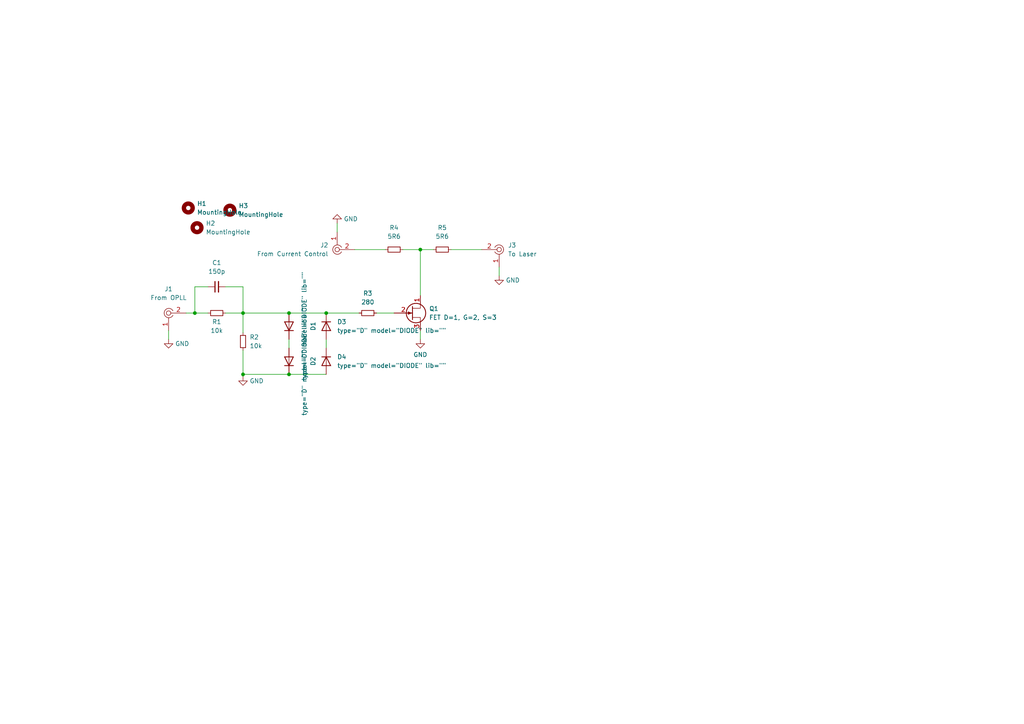
<source format=kicad_sch>
(kicad_sch (version 20211123) (generator eeschema)
  (paper "A4")
  (lib_symbols
    (symbol "Device:C_Small" (pin_numbers hide) (pin_names (offset 0.254) hide)
      (property "Reference" "C" (at 0.254 1.778 0))
      (property "Value" "C_Small" (at 0.254 -2.032 0))
      (symbol "C_Small_0_1"
        (polyline (pts (xy -1.524 -0.508) (xy 1.524 -0.508)) (stroke (width 0.3302)))
        (polyline (pts (xy -1.524 0.508) (xy 1.524 0.508)) (stroke (width 0.3048)))
      )
      (symbol "C_Small_1_1"
        (pin passive line (at 0 2.54 270) (length 2.032) (name "~") (number "1"))
        (pin passive line (at 0 -2.54 90) (length 2.032) (name "~") (number "2"))
      )
    )
    (symbol "Device:Q_NJFET_DGS" (pin_names (offset 0) hide)
      (property "Reference" "Q" (at 5.08 1.27 0))
      (property "Value" "Q_NJFET_DGS" (at 5.08 -1.27 0))
      (symbol "Q_NJFET_DGS_0_1"
        (polyline (pts (xy 0.254 1.905) (xy 0.254 -1.905) (xy 0.254 -1.905)) (stroke (width 0.254)))
        (polyline (pts (xy 2.54 -2.54) (xy 2.54 -1.27) (xy 0.254 -1.27)))
        (polyline (pts (xy 2.54 2.54) (xy 2.54 1.397) (xy 0.254 1.397)))
        (polyline (pts (xy 0 0) (xy -1.016 0.381) (xy -1.016 -0.381) (xy 0 0)) (fill (type outline)))
        (circle (center 1.27 0) (radius 2.8194) (stroke (width 0.254)))
      )
      (symbol "Q_NJFET_DGS_1_1"
        (pin passive line (at 2.54 5.08 270) (length 2.54) (name "D") (number "1"))
        (pin input line (at -5.08 0 0) (length 5.334) (name "G") (number "2"))
        (pin passive line (at 2.54 -5.08 90) (length 2.54) (name "S") (number "3"))
      )
    )
    (symbol "Device:R_Small" (pin_numbers hide) (pin_names (offset 0.254) hide)
      (property "Reference" "R" (at 0.762 0.508 0))
      (property "Value" "R_Small" (at 0.762 -1.016 0))
      (symbol "R_Small_0_1"
        (rectangle (start -0.762 1.778) (end 0.762 -1.778) (stroke (width 0.2032)))
      )
      (symbol "R_Small_1_1"
        (pin passive line (at 0 2.54 270) (length 0.762) (name "~") (number "1"))
        (pin passive line (at 0 -2.54 90) (length 0.762) (name "~") (number "2"))
      )
    )
    (symbol "Mechanical:MountingHole" (pin_names (offset 1.016))
      (property "Reference" "H" (at 0 5.08 0))
      (property "Value" "MountingHole" (at 0 3.175 0))
      (symbol "MountingHole_0_1"
        (circle (center 0 0) (radius 1.27) (stroke (width 1.27)))
      )
    )
    (symbol "Simulation_SPICE:DIODE" (pin_numbers hide) (pin_names (offset 1.016) hide)
      (property "Reference" "D" (at 0 2.54 0))
      (property "Value" "DIODE" (at 0 -2.54 0))
      (symbol "DIODE_0_1"
        (polyline (pts (xy 1.27 0) (xy -1.27 0)))
        (polyline (pts (xy 1.27 1.27) (xy 1.27 -1.27)) (stroke (width 0.254)))
        (polyline (pts (xy -1.27 -1.27) (xy -1.27 1.27) (xy 1.27 0) (xy -1.27 -1.27)) (stroke (width 0.254)))
      )
      (symbol "DIODE_1_1"
        (pin passive line (at -3.81 0 0) (length 2.54) (name "A") (number "1"))
        (pin passive line (at 3.81 0 180) (length 2.54) (name "K") (number "2"))
      )
    )
    (symbol "dk_Coaxial-Connectors-RF:5-1814400-1" (pin_names (offset 1.016))
      (property "Reference" "J" (at -1.27 1.27 0))
      (property "Value" "5-1814400-1" (at 1.27 -2.54 0))
      (symbol "5-1814400-1_1_1"
        (arc (start -1.27 0) (mid -0.2651 -1.3081) (end 1.27 -0.635))
        (circle (center 0 0) (radius 0.635))
        (arc (start 1.27 0.635) (mid -0.2496 1.3256) (end -1.27 0))
        (pin passive line (at 0 -5.08 90) (length 3.683) (name "~") (number "1"))
        (pin passive line (at 5.08 0 180) (length 4.445) (name "~") (number "2"))
      )
    )
    (symbol "power:GND" (power) (pin_names (offset 0))
      (property "Value" "GND" (at 0 -3.81 0))
      (symbol "GND_0_1"
        (polyline (pts (xy 0 0) (xy 0 -1.27) (xy 1.27 -1.27) (xy 0 -2.54) (xy -1.27 -1.27) (xy 0 -1.27)))
      )
      (symbol "GND_1_1"
        (pin power_in line (at 0 0 270) (length 0) hide (name "GND") (number "1"))
      )
    )
  )
  (junction (at 70.485 108.585))
  (junction (at 121.92 72.39))
  (junction (at 94.615 90.805))
  (junction (at 83.82 108.585))
  (junction (at 56.515 90.805))
  (junction (at 83.82 90.805))
  (junction (at 70.485 90.805))
  (wire (pts (xy 48.895 95.885) (xy 48.895 98.425)))
  (wire (pts (xy 56.515 90.805) (xy 60.325 90.805)))
  (wire (pts (xy 83.82 108.585) (xy 94.615 108.585)))
  (wire (pts (xy 94.615 98.425) (xy 94.615 100.965)))
  (wire (pts (xy 130.81 72.39) (xy 139.7 72.39)))
  (wire (pts (xy 116.84 72.39) (xy 121.92 72.39)))
  (wire (pts (xy 109.22 90.805) (xy 114.3 90.805)))
  (wire (pts (xy 144.78 77.47) (xy 144.78 80.01)))
  (wire (pts (xy 83.82 90.805) (xy 94.615 90.805)))
  (wire (pts (xy 70.485 90.805) (xy 70.485 96.52)))
  (wire (pts (xy 121.92 72.39) (xy 121.92 85.725)))
  (wire (pts (xy 65.405 90.805) (xy 70.485 90.805)))
  (wire (pts (xy 83.82 98.425) (xy 83.82 100.965)))
  (wire (pts (xy 70.485 83.185) (xy 70.485 90.805)))
  (wire (pts (xy 70.485 108.585) (xy 83.82 108.585)))
  (wire (pts (xy 53.975 90.805) (xy 56.515 90.805)))
  (wire (pts (xy 102.87 72.39) (xy 111.76 72.39)))
  (wire (pts (xy 121.92 72.39) (xy 125.73 72.39)))
  (wire (pts (xy 97.79 64.77) (xy 97.79 67.31)))
  (wire (pts (xy 56.515 83.185) (xy 56.515 90.805)))
  (wire (pts (xy 70.485 90.805) (xy 83.82 90.805)))
  (wire (pts (xy 65.405 83.185) (xy 70.485 83.185)))
  (wire (pts (xy 70.485 101.6) (xy 70.485 108.585)))
  (wire (pts (xy 121.92 95.885) (xy 121.92 98.425)))
  (wire (pts (xy 70.485 108.585) (xy 70.485 109.22)))
  (wire (pts (xy 94.615 90.805) (xy 104.14 90.805)))
  (wire (pts (xy 60.325 83.185) (xy 56.515 83.185)))
  (symbol (lib_id "Device:R_Small") (at 106.68 90.805 90) (unit 1)
    (property "Reference" "R3" (at 106.68 85.09 90))
    (property "Value" "280" (at 106.68 87.63 90))
    (property "Footprint" "Resistor_SMD:R_1206_3216Metric_Pad1.30x1.75mm_HandSolder" (effects hide))
  )
  (symbol (lib_id "Simulation_SPICE:DIODE") (at 83.82 94.615 270) (unit 1)
    (property "Reference" "D1" (at 90.805 94.615 0))
    (property "Value" "DIODE" (at 88.265 94.615 0))
    (property "Footprint" "Diode_SMD:D_1206_3216Metric_Pad1.42x1.75mm_HandSolder" (effects hide))
    (property "Spice_Netlist_Enabled" "Y" (effects hide))
    (property "Spice_Primitive" "D" (effects hide))
  )
  (symbol (lib_id "Simulation_SPICE:DIODE") (at 83.82 104.775 270) (unit 1)
    (property "Reference" "D2" (at 90.805 104.775 0))
    (property "Value" "DIODE" (at 88.265 104.775 0))
    (property "Footprint" "Diode_SMD:D_1206_3216Metric_Pad1.42x1.75mm_HandSolder" (effects hide))
    (property "Spice_Netlist_Enabled" "Y" (effects hide))
    (property "Spice_Primitive" "D" (effects hide))
  )
  (symbol (lib_id "dk_Coaxial-Connectors-RF:5-1814400-1") (at 48.895 90.805 0) (unit 1)
    (property "Reference" "J1" (at 48.8949 83.82 0))
    (property "Value" "From OPLL" (at 48.8949 86.36 0))
    (property "Footprint" "digikey-footprints:RF_SMA_Vertical_5-1814832-1" (effects hide))
    (property "Datasheet" "https://www.te.com/commerce/DocumentDelivery/DDEController?Action=srchrtrv&DocNm=1814400&DocType=Customer+Drawing&DocLang=English" (effects hide))
    (property "Digi-Key_PN" "A97593-ND" (effects hide))
    (property "MPN" "5-1814400-1" (effects hide))
    (property "Category" "Connectors, Interconnects" (effects hide))
    (property "Family" "Coaxial Connectors (RF)" (effects hide))
    (property "DK_Datasheet_Link" "https://www.te.com/commerce/DocumentDelivery/DDEController?Action=srchrtrv&DocNm=1814400&DocType=Customer+Drawing&DocLang=English" (effects hide))
    (property "DK_Detail_Page" "/product-detail/en/te-connectivity-amp-connectors/5-1814400-1/A97593-ND/1755981" (effects hide))
    (property "Description" "CONN SMA JACK R/A 50 OHM PCB" (effects hide))
    (property "Manufacturer" "TE Connectivity AMP Connectors" (effects hide))
    (property "Status" "Active" (effects hide))
  )
  (symbol (lib_id "Device:C_Small") (at 62.865 83.185 90) (unit 1)
    (property "Reference" "C1" (at 62.8713 76.2 90))
    (property "Value" "150p" (at 62.8713 78.74 90))
    (property "Footprint" "Capacitor_SMD:C_1206_3216Metric_Pad1.33x1.80mm_HandSolder" (effects hide))
  )
  (symbol (lib_id "Simulation_SPICE:DIODE") (at 94.615 104.775 90) (unit 1)
    (property "Reference" "D4" (at 97.79 103.5049 90) (effects (justify right)))
    (property "Value" "DIODE" (at 97.79 106.0449 90) (effects (justify right)))
    (property "Footprint" "Diode_SMD:D_1206_3216Metric_Pad1.42x1.75mm_HandSolder" (effects hide))
    (property "Spice_Netlist_Enabled" "Y" (effects hide))
    (property "Spice_Primitive" "D" (effects hide))
  )
  (symbol (lib_id "power:GND") (at 121.92 98.425 0) (unit 1)
    (property "Reference" "#PWR0103" (effects hide))
    (property "Value" "GND" (at 121.92 102.87 0))
  )
  (symbol (lib_id "Device:R_Small") (at 128.27 72.39 270) (unit 1)
    (property "Reference" "R5" (at 128.27 66.04 90))
    (property "Value" "5R6" (at 128.27 68.58 90))
    (property "Footprint" "Resistor_SMD:R_1206_3216Metric_Pad1.30x1.75mm_HandSolder" (effects hide))
  )
  (symbol (lib_id "power:GND") (at 48.895 98.425 0) (unit 1)
    (property "Reference" "#PWR0104" (effects hide))
    (property "Value" "GND" (at 50.8 99.6949 0) (effects (justify left)))
  )
  (symbol (lib_id "Device:R_Small") (at 70.485 99.06 0) (unit 1)
    (property "Reference" "R2" (at 72.39 97.7899 0) (effects (justify left)))
    (property "Value" "10k" (at 72.39 100.3299 0) (effects (justify left)))
    (property "Footprint" "Resistor_SMD:R_1206_3216Metric_Pad1.30x1.75mm_HandSolder" (effects hide))
  )
  (symbol (lib_id "Device:Q_NJFET_DGS") (at 119.38 90.805 0) (unit 1)
    (property "Reference" "Q1" (at 124.46 89.5349 0) (effects (justify left)))
    (property "Value" "FET D=1, G=2, S=3" (at 124.46 92.0749 0) (effects (justify left)))
    (property "Footprint" "digikey-footprints:TO-92-3" (effects hide))
  )
  (symbol (lib_id "Mechanical:MountingHole") (at 54.61 60.325 0) (unit 1)
    (property "Reference" "H1" (at 57.15 59.0549 0) (effects (justify left)))
    (property "Value" "MountingHole" (at 57.15 61.5949 0) (effects (justify left)))
    (property "Footprint" "MountingHole:MountingHole_3.2mm_M3_Pad" (effects hide))
  )
  (symbol (lib_id "power:GND") (at 97.79 64.77 180) (unit 1)
    (property "Reference" "#PWR0101" (effects hide))
    (property "Value" "GND" (at 99.695 63.4999 0) (effects (justify right)))
  )
  (symbol (lib_id "dk_Coaxial-Connectors-RF:5-1814400-1") (at 97.79 72.39 0) (mirror x) (unit 1)
    (property "Reference" "J2" (at 95.25 71.1043 0) (effects (justify right)))
    (property "Value" "From Current Control" (at 95.25 73.6443 0) (effects (justify right)))
    (property "Footprint" "digikey-footprints:RF_SMA_Vertical_5-1814832-1" (effects hide))
    (property "Datasheet" "https://www.te.com/commerce/DocumentDelivery/DDEController?Action=srchrtrv&DocNm=1814400&DocType=Customer+Drawing&DocLang=English" (effects hide))
    (property "Digi-Key_PN" "A97593-ND" (effects hide))
    (property "MPN" "5-1814400-1" (effects hide))
    (property "Category" "Connectors, Interconnects" (effects hide))
    (property "Family" "Coaxial Connectors (RF)" (effects hide))
    (property "DK_Datasheet_Link" "https://www.te.com/commerce/DocumentDelivery/DDEController?Action=srchrtrv&DocNm=1814400&DocType=Customer+Drawing&DocLang=English" (effects hide))
    (property "DK_Detail_Page" "/product-detail/en/te-connectivity-amp-connectors/5-1814400-1/A97593-ND/1755981" (effects hide))
    (property "Description" "CONN SMA JACK R/A 50 OHM PCB" (effects hide))
    (property "Manufacturer" "TE Connectivity AMP Connectors" (effects hide))
    (property "Status" "Active" (effects hide))
  )
  (symbol (lib_id "Mechanical:MountingHole") (at 66.675 60.96 0) (unit 1)
    (property "Reference" "H3" (at 69.215 59.6899 0) (effects (justify left)))
    (property "Value" "MountingHole" (at 69.215 62.2299 0) (effects (justify left)))
    (property "Footprint" "MountingHole:MountingHole_3.2mm_M3_Pad" (effects hide))
  )
  (symbol (lib_id "power:GND") (at 144.78 80.01 0) (unit 1)
    (property "Reference" "#PWR0102" (effects hide))
    (property "Value" "GND" (at 146.685 81.2799 0) (effects (justify left)))
  )
  (symbol (lib_id "Mechanical:MountingHole") (at 57.15 66.04 0) (unit 1)
    (property "Reference" "H2" (at 59.69 64.7699 0) (effects (justify left)))
    (property "Value" "MountingHole" (at 59.69 67.3099 0) (effects (justify left)))
    (property "Footprint" "MountingHole:MountingHole_3.2mm_M3_Pad" (effects hide))
  )
  (symbol (lib_id "power:GND") (at 70.485 109.22 0) (unit 1)
    (property "Reference" "#PWR0105" (effects hide))
    (property "Value" "GND" (at 72.39 110.4899 0) (effects (justify left)))
  )
  (symbol (lib_id "Device:R_Small") (at 62.865 90.805 90) (unit 1)
    (property "Reference" "R1" (at 62.865 93.345 90))
    (property "Value" "10k" (at 62.865 95.885 90))
    (property "Footprint" "Resistor_SMD:R_1206_3216Metric_Pad1.30x1.75mm_HandSolder" (effects hide))
  )
  (symbol (lib_id "dk_Coaxial-Connectors-RF:5-1814400-1") (at 144.78 72.39 0) (mirror y) (unit 1)
    (property "Reference" "J3" (at 147.32 71.1355 0) (effects (justify right)))
    (property "Value" "To Laser" (at 147.32 73.6755 0) (effects (justify right)))
    (property "Footprint" "digikey-footprints:RF_SMA_Vertical_5-1814832-1" (effects hide))
    (property "Datasheet" "https://www.te.com/commerce/DocumentDelivery/DDEController?Action=srchrtrv&DocNm=1814400&DocType=Customer+Drawing&DocLang=English" (effects hide))
    (property "Digi-Key_PN" "A97593-ND" (effects hide))
    (property "MPN" "5-1814400-1" (effects hide))
    (property "Category" "Connectors, Interconnects" (effects hide))
    (property "Family" "Coaxial Connectors (RF)" (effects hide))
    (property "DK_Datasheet_Link" "https://www.te.com/commerce/DocumentDelivery/DDEController?Action=srchrtrv&DocNm=1814400&DocType=Customer+Drawing&DocLang=English" (effects hide))
    (property "DK_Detail_Page" "/product-detail/en/te-connectivity-amp-connectors/5-1814400-1/A97593-ND/1755981" (effects hide))
    (property "Description" "CONN SMA JACK R/A 50 OHM PCB" (effects hide))
    (property "Manufacturer" "TE Connectivity AMP Connectors" (effects hide))
    (property "Status" "Active" (effects hide))
  )
  (symbol (lib_id "Simulation_SPICE:DIODE") (at 94.615 94.615 90) (unit 1)
    (property "Reference" "D3" (at 97.79 93.3449 90) (effects (justify right)))
    (property "Value" "DIODE" (at 97.79 95.8849 90) (effects (justify right)))
    (property "Footprint" "Diode_SMD:D_1206_3216Metric_Pad1.42x1.75mm_HandSolder" (effects hide))
    (property "Spice_Netlist_Enabled" "Y" (effects hide))
    (property "Spice_Primitive" "D" (effects hide))
  )
  (symbol (lib_id "Device:R_Small") (at 114.3 72.39 90) (unit 1)
    (property "Reference" "R4" (at 114.3 66.04 90))
    (property "Value" "5R6" (at 114.3 68.58 90))
    (property "Footprint" "Resistor_SMD:R_1206_3216Metric_Pad1.30x1.75mm_HandSolder" (effects hide))
  )
)
</source>
